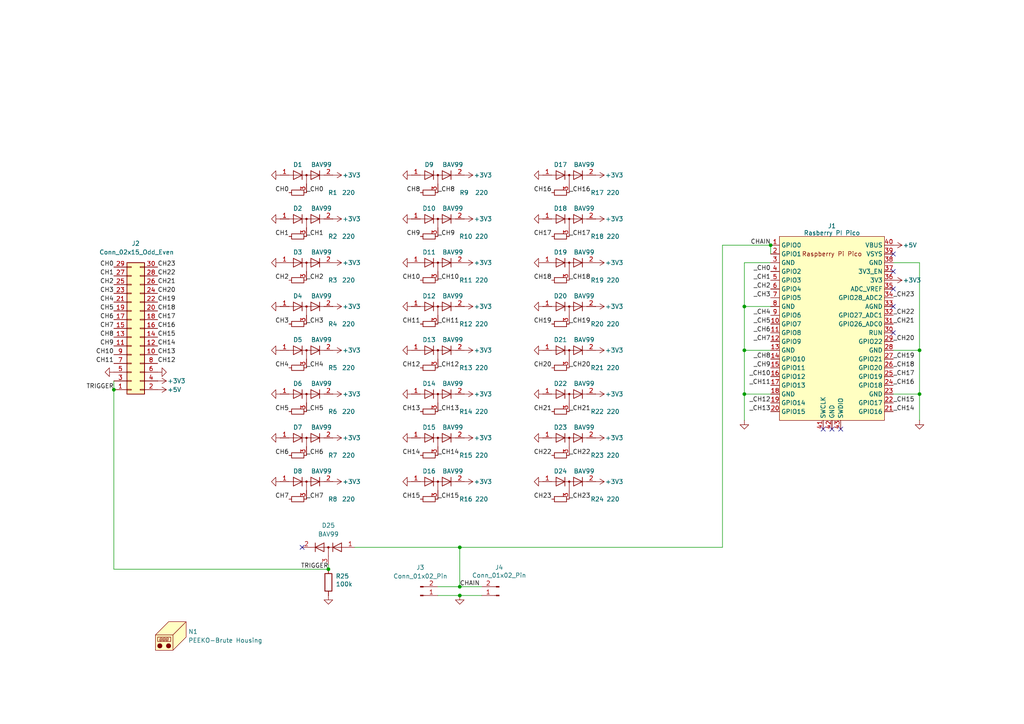
<source format=kicad_sch>
(kicad_sch (version 20231120) (generator "eeschema") (generator_version "8.0")
  (paper "A4")
  (title_block (title "PEEKO-Brute") (date "2024-10-05") (rev "001") (comment 1 "github.com/bkw777/peeko"))
  (lib_symbols
    (symbol "000_LOCAL:BAV99" (pin_names hide)
      (property "Reference" "D" (at 0 5.08 0))
      (property "Value" "BAV99" (at 0 2.54 0))
      (symbol "BAV99_0_1"
        (polyline (pts (xy -5.08 0) (xy 5.08 0)))
      )
      (symbol "BAV99_1_1"
        (polyline (pts (xy 0 0) (xy 0 -2.54)))
        (polyline (pts (xy -1.27 -1.27) (xy -1.27 1.27) (xy -1.27 1.27)) (stroke (width 0.2032)))
        (polyline (pts (xy 3.81 1.27) (xy 3.81 -1.27) (xy 3.81 -1.27)) (stroke (width 0.2032)))
        (polyline (pts (xy -3.81 1.27) (xy -1.27 0) (xy -3.81 -1.27) (xy -3.81 1.27) (xy -3.81 1.27) (xy -3.81 1.27)) (stroke (width 0.2032)))
        (polyline (pts (xy 1.27 1.27) (xy 3.81 0) (xy 1.27 -1.27) (xy 1.27 1.27) (xy 1.27 1.27) (xy 1.27 1.27)) (stroke (width 0.2032)))
        (circle (center 0 0) (radius 0.254) (fill (type outline)))
        (pin passive line (at -7.62 0 0) (length 2.54) (name "K") (number "1"))
        (pin passive line (at 7.62 0 180) (length 2.54) (name "A") (number "2"))
        (pin passive line (at 0 -5.08 90) (length 2.54) (name "K") (number "3"))
      )
    )
    (symbol "000_LOCAL:Conn_01x02_Pin" (pin_names (offset 1.016) hide)
      (property "Reference" "J" (at 0 2.54 0))
      (property "Value" "Conn_01x02_Pin" (at 0 -5.08 0))
      (symbol "Conn_01x02_Pin_1_1"
        (polyline (pts (xy 1.27 -2.54) (xy 0.8636 -2.54)) (stroke (width 0.1524)))
        (polyline (pts (xy 1.27 0) (xy 0.8636 0)) (stroke (width 0.1524)))
        (rectangle (start 0.8636 -2.413) (end 0 -2.667) (stroke (width 0.1524)) (fill (type outline)))
        (rectangle (start 0.8636 0.127) (end 0 -0.127) (stroke (width 0.1524)) (fill (type outline)))
        (pin passive line (at 5.08 0 180) (length 3.81) (name "Pin_1") (number "1"))
        (pin passive line (at 5.08 -2.54 180) (length 3.81) (name "Pin_2") (number "2"))
      )
    )
    (symbol "000_LOCAL:Conn_02x15_Odd_Even" (pin_names (offset 1.016) hide)
      (property "Reference" "J" (at 1.27 20.32 0))
      (property "Value" "Conn_02x15_Odd_Even" (at 1.27 -20.32 0))
      (symbol "Conn_02x15_Odd_Even_1_1"
        (rectangle (start -1.27 -17.653) (end 0 -17.907) (stroke (width 0.1524)))
        (rectangle (start -1.27 -15.113) (end 0 -15.367) (stroke (width 0.1524)))
        (rectangle (start -1.27 -12.573) (end 0 -12.827) (stroke (width 0.1524)))
        (rectangle (start -1.27 -10.033) (end 0 -10.287) (stroke (width 0.1524)))
        (rectangle (start -1.27 -7.493) (end 0 -7.747) (stroke (width 0.1524)))
        (rectangle (start -1.27 -4.953) (end 0 -5.207) (stroke (width 0.1524)))
        (rectangle (start -1.27 -2.413) (end 0 -2.667) (stroke (width 0.1524)))
        (rectangle (start -1.27 0.127) (end 0 -0.127) (stroke (width 0.1524)))
        (rectangle (start -1.27 2.667) (end 0 2.413) (stroke (width 0.1524)))
        (rectangle (start -1.27 5.207) (end 0 4.953) (stroke (width 0.1524)))
        (rectangle (start -1.27 7.747) (end 0 7.493) (stroke (width 0.1524)))
        (rectangle (start -1.27 10.287) (end 0 10.033) (stroke (width 0.1524)))
        (rectangle (start -1.27 12.827) (end 0 12.573) (stroke (width 0.1524)))
        (rectangle (start -1.27 15.367) (end 0 15.113) (stroke (width 0.1524)))
        (rectangle (start -1.27 17.907) (end 0 17.653) (stroke (width 0.1524)))
        (rectangle (start -1.27 19.05) (end 3.81 -19.05) (stroke (width 0.254)) (fill (type background)))
        (rectangle (start 3.81 -17.653) (end 2.54 -17.907) (stroke (width 0.1524)))
        (rectangle (start 3.81 -15.113) (end 2.54 -15.367) (stroke (width 0.1524)))
        (rectangle (start 3.81 -12.573) (end 2.54 -12.827) (stroke (width 0.1524)))
        (rectangle (start 3.81 -10.033) (end 2.54 -10.287) (stroke (width 0.1524)))
        (rectangle (start 3.81 -7.493) (end 2.54 -7.747) (stroke (width 0.1524)))
        (rectangle (start 3.81 -4.953) (end 2.54 -5.207) (stroke (width 0.1524)))
        (rectangle (start 3.81 -2.413) (end 2.54 -2.667) (stroke (width 0.1524)))
        (rectangle (start 3.81 0.127) (end 2.54 -0.127) (stroke (width 0.1524)))
        (rectangle (start 3.81 2.667) (end 2.54 2.413) (stroke (width 0.1524)))
        (rectangle (start 3.81 5.207) (end 2.54 4.953) (stroke (width 0.1524)))
        (rectangle (start 3.81 7.747) (end 2.54 7.493) (stroke (width 0.1524)))
        (rectangle (start 3.81 10.287) (end 2.54 10.033) (stroke (width 0.1524)))
        (rectangle (start 3.81 12.827) (end 2.54 12.573) (stroke (width 0.1524)))
        (rectangle (start 3.81 15.367) (end 2.54 15.113) (stroke (width 0.1524)))
        (rectangle (start 3.81 17.907) (end 2.54 17.653) (stroke (width 0.1524)))
        (pin passive line (at -5.08 17.78 0) (length 3.81) (name "Pin_1") (number "1"))
        (pin passive line (at 7.62 7.62 180) (length 3.81) (name "Pin_10") (number "10"))
        (pin passive line (at -5.08 5.08 0) (length 3.81) (name "Pin_11") (number "11"))
        (pin passive line (at 7.62 5.08 180) (length 3.81) (name "Pin_12") (number "12"))
        (pin passive line (at -5.08 2.54 0) (length 3.81) (name "Pin_13") (number "13"))
        (pin passive line (at 7.62 2.54 180) (length 3.81) (name "Pin_14") (number "14"))
        (pin passive line (at -5.08 0 0) (length 3.81) (name "Pin_15") (number "15"))
        (pin passive line (at 7.62 0 180) (length 3.81) (name "Pin_16") (number "16"))
        (pin passive line (at -5.08 -2.54 0) (length 3.81) (name "Pin_17") (number "17"))
        (pin passive line (at 7.62 -2.54 180) (length 3.81) (name "Pin_18") (number "18"))
        (pin passive line (at -5.08 -5.08 0) (length 3.81) (name "Pin_19") (number "19"))
        (pin passive line (at 7.62 17.78 180) (length 3.81) (name "Pin_2") (number "2"))
        (pin passive line (at 7.62 -5.08 180) (length 3.81) (name "Pin_20") (number "20"))
        (pin passive line (at -5.08 -7.62 0) (length 3.81) (name "Pin_21") (number "21"))
        (pin passive line (at 7.62 -7.62 180) (length 3.81) (name "Pin_22") (number "22"))
        (pin passive line (at -5.08 -10.16 0) (length 3.81) (name "Pin_23") (number "23"))
        (pin passive line (at 7.62 -10.16 180) (length 3.81) (name "Pin_24") (number "24"))
        (pin passive line (at -5.08 -12.7 0) (length 3.81) (name "Pin_25") (number "25"))
        (pin passive line (at 7.62 -12.7 180) (length 3.81) (name "Pin_26") (number "26"))
        (pin passive line (at -5.08 -15.24 0) (length 3.81) (name "Pin_27") (number "27"))
        (pin passive line (at 7.62 -15.24 180) (length 3.81) (name "Pin_28") (number "28"))
        (pin passive line (at -5.08 -17.78 0) (length 3.81) (name "Pin_29") (number "29"))
        (pin passive line (at -5.08 15.24 0) (length 3.81) (name "Pin_3") (number "3"))
        (pin passive line (at 7.62 -17.78 180) (length 3.81) (name "Pin_30") (number "30"))
        (pin passive line (at 7.62 15.24 180) (length 3.81) (name "Pin_4") (number "4"))
        (pin passive line (at -5.08 12.7 0) (length 3.81) (name "Pin_5") (number "5"))
        (pin passive line (at 7.62 12.7 180) (length 3.81) (name "Pin_6") (number "6"))
        (pin passive line (at -5.08 10.16 0) (length 3.81) (name "Pin_7") (number "7"))
        (pin passive line (at 7.62 10.16 180) (length 3.81) (name "Pin_8") (number "8"))
        (pin passive line (at -5.08 7.62 0) (length 3.81) (name "Pin_9") (number "9"))
      )
    )
    (symbol "000_LOCAL:Housing" (pin_names (offset 1.016)) (exclude_from_sim yes)
      (property "Reference" "N" (at 3.81 0 0))
      (property "Value" "Housing" (at 3.81 -1.905 0))
      (symbol "Housing_0_1"
        (rectangle (start -5.08 -0.635) (end -1.27 -1.905))
        (circle (center -4.445 -3.175) (radius 0.635) (fill (type outline)))
        (circle (center -1.905 -3.175) (radius 0.635) (fill (type outline)))
        (polyline (pts (xy -4.5212 -1.5748) (xy -4.4704 -1.3716)))
        (polyline (pts (xy -4.4196 -1.6764) (xy -4.064 -1.6764)))
        (polyline (pts (xy -4.4196 -1.2192) (xy -4.3688 -0.9652)))
        (polyline (pts (xy -4.318 -1.3208) (xy -4.0132 -1.3208)))
        (polyline (pts (xy -4.2164 -0.9144) (xy -3.9116 -0.9144)))
        (polyline (pts (xy -3.9116 -1.6256) (xy -3.8608 -1.3716)))
        (polyline (pts (xy -3.81 -1.2192) (xy -3.7592 -0.9652)))
        (polyline (pts (xy -3.6068 -1.5748) (xy -3.556 -1.3716)))
        (polyline (pts (xy -3.5052 -1.6764) (xy -3.1496 -1.6764)))
        (polyline (pts (xy -3.5052 -1.2192) (xy -3.4544 -0.9652)))
        (polyline (pts (xy -3.4036 -1.3208) (xy -3.0988 -1.3208)))
        (polyline (pts (xy -3.302 -0.9144) (xy -2.9972 -0.9144)))
        (polyline (pts (xy -2.9972 -1.6256) (xy -2.9464 -1.3716)))
        (polyline (pts (xy -2.8956 -1.2192) (xy -2.8448 -0.9652)))
        (polyline (pts (xy -2.6924 -1.5748) (xy -2.6416 -1.3716)))
        (polyline (pts (xy -2.5908 -1.6764) (xy -2.2352 -1.6764)))
        (polyline (pts (xy -2.5908 -1.2192) (xy -2.54 -0.9652)))
        (polyline (pts (xy -2.4892 -1.3208) (xy -2.1844 -1.3208)))
        (polyline (pts (xy -2.3876 -0.9144) (xy -2.0828 -0.9144)))
        (polyline (pts (xy -2.0828 -1.6256) (xy -2.032 -1.3716)))
        (polyline (pts (xy -1.9812 -1.2192) (xy -1.9304 -0.9652)))
        (polyline (pts (xy -0.635 0) (xy -0.635 -4.445)))
        (polyline (pts (xy -5.715 0) (xy -0.635 0) (xy 3.175 3.81)))
        (polyline (pts (xy -5.715 0) (xy -5.715 -4.445) (xy -0.635 -4.445) (xy 3.175 -0.635) (xy 3.175 3.81) (xy -1.905 3.81) (xy -5.715 0)) (fill (type background)))
      )
    )
    (symbol "BAV99_1" (pin_names hide)
      (property "Reference" "D" (at 0 5.08 0))
      (property "Value" "BAV99" (at 0 2.54 0))
      (symbol "BAV99_1_0_1"
        (polyline (pts (xy -5.08 0) (xy 5.08 0)))
      )
      (symbol "BAV99_1_1_1"
        (polyline (pts (xy 0 0) (xy 0 -2.54)))
        (polyline (pts (xy -1.27 -1.27) (xy -1.27 1.27) (xy -1.27 1.27)) (stroke (width 0.2032)))
        (polyline (pts (xy 3.81 1.27) (xy 3.81 -1.27) (xy 3.81 -1.27)) (stroke (width 0.2032)))
        (polyline (pts (xy -3.81 1.27) (xy -1.27 0) (xy -3.81 -1.27) (xy -3.81 1.27) (xy -3.81 1.27) (xy -3.81 1.27)) (stroke (width 0.2032)))
        (polyline (pts (xy 1.27 1.27) (xy 3.81 0) (xy 1.27 -1.27) (xy 1.27 1.27) (xy 1.27 1.27) (xy 1.27 1.27)) (stroke (width 0.2032)))
        (circle (center 0 0) (radius 0.254) (fill (type outline)))
        (pin passive line (at -7.62 0 0) (length 2.54) (name "K") (number "1"))
        (pin passive line (at 7.62 0 180) (length 2.54) (name "A") (number "2"))
        (pin passive line (at 0 -5.08 90) (length 2.54) (name "K") (number "3"))
      )
    )
    (symbol "Device:R" (pin_numbers hide) (pin_names (offset 0))
      (property "Reference" "R" (at 2.032 0 90))
      (property "Value" "R" (at 0 0 90))
      (symbol "R_0_1"
        (rectangle (start -1.016 -2.54) (end 1.016 2.54) (stroke (width 0.254)))
      )
      (symbol "R_1_1"
        (pin passive line (at 0 3.81 270) (length 1.27) (name "~") (number "1"))
        (pin passive line (at 0 -3.81 90) (length 1.27) (name "~") (number "2"))
      )
    )
    (symbol "MCU_RaspberryPi_and_Boards:Pico"
      (property "Reference" "U" (at -13.97 27.94 0))
      (property "Value" "Pico" (at 0 19.05 0))
      (symbol "Pico_0_0"
        (text "Raspberry Pi Pico" (at 0 21.59 0) (effects (font (size 1.27 1.27))))
      )
      (symbol "Pico_0_1"
        (rectangle (start -15.24 26.67) (end 15.24 -26.67) (fill (type background)))
      )
      (symbol "Pico_1_1"
        (pin bidirectional line (at -17.78 24.13 0) (length 2.54) (name "GPIO0") (number "1"))
        (pin bidirectional line (at -17.78 1.27 0) (length 2.54) (name "GPIO7") (number "10"))
        (pin bidirectional line (at -17.78 -1.27 0) (length 2.54) (name "GPIO8") (number "11"))
        (pin bidirectional line (at -17.78 -3.81 0) (length 2.54) (name "GPIO9") (number "12"))
        (pin power_in line (at -17.78 -6.35 0) (length 2.54) (name "GND") (number "13"))
        (pin bidirectional line (at -17.78 -8.89 0) (length 2.54) (name "GPIO10") (number "14"))
        (pin bidirectional line (at -17.78 -11.43 0) (length 2.54) (name "GPIO11") (number "15"))
        (pin bidirectional line (at -17.78 -13.97 0) (length 2.54) (name "GPIO12") (number "16"))
        (pin bidirectional line (at -17.78 -16.51 0) (length 2.54) (name "GPIO13") (number "17"))
        (pin power_in line (at -17.78 -19.05 0) (length 2.54) (name "GND") (number "18"))
        (pin bidirectional line (at -17.78 -21.59 0) (length 2.54) (name "GPIO14") (number "19"))
        (pin bidirectional line (at -17.78 21.59 0) (length 2.54) (name "GPIO1") (number "2"))
        (pin bidirectional line (at -17.78 -24.13 0) (length 2.54) (name "GPIO15") (number "20"))
        (pin bidirectional line (at 17.78 -24.13 180) (length 2.54) (name "GPIO16") (number "21"))
        (pin bidirectional line (at 17.78 -21.59 180) (length 2.54) (name "GPIO17") (number "22"))
        (pin power_in line (at 17.78 -19.05 180) (length 2.54) (name "GND") (number "23"))
        (pin bidirectional line (at 17.78 -16.51 180) (length 2.54) (name "GPIO18") (number "24"))
        (pin bidirectional line (at 17.78 -13.97 180) (length 2.54) (name "GPIO19") (number "25"))
        (pin bidirectional line (at 17.78 -11.43 180) (length 2.54) (name "GPIO20") (number "26"))
        (pin bidirectional line (at 17.78 -8.89 180) (length 2.54) (name "GPIO21") (number "27"))
        (pin power_in line (at 17.78 -6.35 180) (length 2.54) (name "GND") (number "28"))
        (pin bidirectional line (at 17.78 -3.81 180) (length 2.54) (name "GPIO22") (number "29"))
        (pin power_in line (at -17.78 19.05 0) (length 2.54) (name "GND") (number "3"))
        (pin input line (at 17.78 -1.27 180) (length 2.54) (name "RUN") (number "30"))
        (pin bidirectional line (at 17.78 1.27 180) (length 2.54) (name "GPIO26_ADC0") (number "31"))
        (pin bidirectional line (at 17.78 3.81 180) (length 2.54) (name "GPIO27_ADC1") (number "32"))
        (pin power_in line (at 17.78 6.35 180) (length 2.54) (name "AGND") (number "33"))
        (pin bidirectional line (at 17.78 8.89 180) (length 2.54) (name "GPIO28_ADC2") (number "34"))
        (pin power_in line (at 17.78 11.43 180) (length 2.54) (name "ADC_VREF") (number "35"))
        (pin power_in line (at 17.78 13.97 180) (length 2.54) (name "3V3") (number "36"))
        (pin input line (at 17.78 16.51 180) (length 2.54) (name "3V3_EN") (number "37"))
        (pin bidirectional line (at 17.78 19.05 180) (length 2.54) (name "GND") (number "38"))
        (pin power_in line (at 17.78 21.59 180) (length 2.54) (name "VSYS") (number "39"))
        (pin bidirectional line (at -17.78 16.51 0) (length 2.54) (name "GPIO2") (number "4"))
        (pin power_in line (at 17.78 24.13 180) (length 2.54) (name "VBUS") (number "40"))
        (pin input line (at -2.54 -29.21 90) (length 2.54) (name "SWCLK") (number "41"))
        (pin power_in line (at 0 -29.21 90) (length 2.54) (name "GND") (number "42"))
        (pin bidirectional line (at 2.54 -29.21 90) (length 2.54) (name "SWDIO") (number "43"))
        (pin bidirectional line (at -17.78 13.97 0) (length 2.54) (name "GPIO3") (number "5"))
        (pin bidirectional line (at -17.78 11.43 0) (length 2.54) (name "GPIO4") (number "6"))
        (pin bidirectional line (at -17.78 8.89 0) (length 2.54) (name "GPIO5") (number "7"))
        (pin power_in line (at -17.78 6.35 0) (length 2.54) (name "GND") (number "8"))
        (pin bidirectional line (at -17.78 3.81 0) (length 2.54) (name "GPIO6") (number "9"))
      )
    )
    (symbol "R_Small_1" (pin_numbers hide) (pin_names (offset 0.254) hide)
      (property "Reference" "R" (at 0.762 0.508 0))
      (property "Value" "R_Small" (at 0.762 -1.016 0))
      (symbol "R_Small_1_0_1"
        (rectangle (start -0.762 1.778) (end 0.762 -1.778) (stroke (width 0.2032)))
      )
      (symbol "R_Small_1_1_1"
        (pin passive line (at 0 2.54 270) (length 0.762) (name "~") (number "1"))
        (pin passive line (at 0 -2.54 90) (length 0.762) (name "~") (number "2"))
      )
    )
    (symbol "power:+3V3" (power) (pin_numbers hide) (pin_names (offset 0) hide)
      (property "Value" "+3V3" (at 0 3.556 0))
      (symbol "+3V3_0_1"
        (polyline (pts (xy -0.762 1.27) (xy 0 2.54)))
        (polyline (pts (xy 0 0) (xy 0 2.54)))
        (polyline (pts (xy 0 2.54) (xy 0.762 1.27)))
      )
      (symbol "+3V3_1_1"
        (pin power_in line (at 0 0 90) (length 0) (name "~") (number "1"))
      )
    )
    (symbol "power:+5V" (power) (pin_numbers hide) (pin_names (offset 0) hide)
      (property "Value" "+5V" (at 0 3.556 0))
      (symbol "+5V_0_1"
        (polyline (pts (xy -0.762 1.27) (xy 0 2.54)))
        (polyline (pts (xy 0 0) (xy 0 2.54)))
        (polyline (pts (xy 0 2.54) (xy 0.762 1.27)))
      )
      (symbol "+5V_1_1"
        (pin power_in line (at 0 0 90) (length 0) (name "~") (number "1"))
      )
    )
    (symbol "power:GND" (power) (pin_numbers hide) (pin_names (offset 0) hide)
      (property "Value" "GND" (at 0 -3.81 0))
      (symbol "GND_0_1"
        (polyline (pts (xy 0 0) (xy 0 -1.27) (xy 1.27 -1.27) (xy 0 -2.54) (xy -1.27 -1.27) (xy 0 -1.27)))
      )
      (symbol "GND_1_1"
        (pin power_in line (at 0 0 270) (length 0) (name "~") (number "1"))
      )
    )
  )
  (junction (at 133.35 158.75))
  (junction (at 95.25 165.1))
  (junction (at 133.35 170.18))
  (junction (at 215.9 101.6))
  (junction (at 223.52 71.12))
  (junction (at 266.7 114.3))
  (junction (at 215.9 114.3))
  (junction (at 215.9 88.9))
  (junction (at 266.7 101.6))
  (junction (at 133.35 172.72))
  (junction (at 33.02 113.03))
  (no_connect (at 87.63 158.75))
  (no_connect (at 259.08 96.52))
  (no_connect (at 259.08 73.66))
  (no_connect (at 259.08 78.74))
  (no_connect (at 259.08 83.82))
  (no_connect (at 259.08 88.9))
  (no_connect (at 243.84 124.46))
  (no_connect (at 241.3 124.46))
  (no_connect (at 238.76 124.46))
  (wire (pts (xy 215.9 76.2) (xy 215.9 88.9)))
  (wire (pts (xy 33.02 110.49) (xy 33.02 113.03)))
  (wire (pts (xy 33.02 113.03) (xy 33.02 165.1)))
  (wire (pts (xy 127 170.18) (xy 133.35 170.18)))
  (wire (pts (xy 133.35 170.18) (xy 139.7 170.18)))
  (wire (pts (xy 215.9 88.9) (xy 223.52 88.9)))
  (wire (pts (xy 215.9 101.6) (xy 215.9 114.3)))
  (wire (pts (xy 133.35 158.75) (xy 209.55 158.75)))
  (wire (pts (xy 223.52 71.12) (xy 223.52 73.66)))
  (wire (pts (xy 215.9 101.6) (xy 223.52 101.6)))
  (wire (pts (xy 259.08 76.2) (xy 266.7 76.2)))
  (wire (pts (xy 133.35 158.75) (xy 133.35 170.18)))
  (wire (pts (xy 215.9 121.92) (xy 215.9 114.3)))
  (wire (pts (xy 266.7 76.2) (xy 266.7 101.6)))
  (wire (pts (xy 266.7 101.6) (xy 266.7 114.3)))
  (wire (pts (xy 133.35 172.72) (xy 139.7 172.72)))
  (wire (pts (xy 102.87 158.75) (xy 133.35 158.75)))
  (wire (pts (xy 215.9 76.2) (xy 223.52 76.2)))
  (wire (pts (xy 215.9 88.9) (xy 215.9 101.6)))
  (wire (pts (xy 259.08 101.6) (xy 266.7 101.6)))
  (wire (pts (xy 259.08 114.3) (xy 266.7 114.3)))
  (wire (pts (xy 127 172.72) (xy 133.35 172.72)))
  (wire (pts (xy 33.02 165.1) (xy 95.25 165.1)))
  (wire (pts (xy 95.25 163.83) (xy 95.25 165.1)))
  (wire (pts (xy 266.7 121.92) (xy 266.7 114.3)))
  (wire (pts (xy 209.55 71.12) (xy 223.52 71.12)))
  (wire (pts (xy 209.55 71.12) (xy 209.55 158.75)))
  (wire (pts (xy 215.9 114.3) (xy 223.52 114.3)))
  (label "CH15" (at 121.92 144.78 180))
  (label "_CH11" (at 127 93.98 0))
  (label "_CH15" (at 127 144.78 0))
  (label "CH6" (at 33.02 92.71 180))
  (label "CH14" (at 121.92 132.08 180))
  (label "CH19" (at 160.02 93.98 180))
  (label "_CH8" (at 127 55.88 0))
  (label "_CH8" (at 223.52 104.14 180))
  (label "_CH22" (at 165.1 132.08 0))
  (label "_CH7" (at 88.9 144.78 0))
  (label "CH17" (at 160.02 68.58 180))
  (label "_CH19" (at 259.08 104.14 0))
  (label "CH16" (at 160.02 55.88 180))
  (label "CH7" (at 33.02 95.25 180))
  (label "CH22" (at 160.02 132.08 180))
  (label "_CH23" (at 165.1 144.78 0))
  (label "CH13" (at 121.92 119.38 180))
  (label "CH17" (at 45.72 92.71 0))
  (label "CH20" (at 45.72 85.09 0))
  (label "_CH16" (at 165.1 55.88 0))
  (label "CH2" (at 33.02 82.55 180))
  (label "CH18" (at 160.02 81.28 180))
  (label "CH4" (at 83.82 106.68 180))
  (label "_CH18" (at 259.08 106.68 0))
  (label "_CH7" (at 223.52 99.06 180))
  (label "_CH21" (at 165.1 119.38 0))
  (label "CH2" (at 83.82 81.28 180))
  (label "TRIGGER" (at 95.25 165.1 180))
  (label "CH4" (at 33.02 87.63 180))
  (label "_CH17" (at 165.1 68.58 0))
  (label "CH3" (at 83.82 93.98 180))
  (label "_CH4" (at 88.9 106.68 0))
  (label "_CH5" (at 88.9 119.38 0))
  (label "CH10" (at 121.92 81.28 180))
  (label "_CH6" (at 223.52 96.52 180))
  (label "CH3" (at 33.02 85.09 180))
  (label "_CH9" (at 223.52 106.68 180))
  (label "CHAIN" (at 223.52 71.12 180))
  (label "_CH19" (at 165.1 93.98 0))
  (label "CH8" (at 121.92 55.88 180))
  (label "_CH13" (at 127 119.38 0))
  (label "CH18" (at 45.72 90.17 0))
  (label "CH23" (at 45.72 77.47 0))
  (label "CH14" (at 45.72 100.33 0))
  (label "_CH2" (at 88.9 81.28 0))
  (label "CH11" (at 33.02 105.41 180))
  (label "_CH14" (at 259.08 119.38 0))
  (label "CH12" (at 121.92 106.68 180))
  (label "CHAIN" (at 133.35 170.18 0))
  (label "_CH10" (at 127 81.28 0))
  (label "_CH0" (at 88.9 55.88 0))
  (label "_CH20" (at 165.1 106.68 0))
  (label "_CH3" (at 88.9 93.98 0))
  (label "_CH1" (at 88.9 68.58 0))
  (label "_CH3" (at 223.52 86.36 180))
  (label "_CH16" (at 259.08 111.76 0))
  (label "CH11" (at 121.92 93.98 180))
  (label "CH16" (at 45.72 95.25 0))
  (label "CH5" (at 83.82 119.38 180))
  (label "_CH1" (at 223.52 81.28 180))
  (label "CH22" (at 45.72 80.01 0))
  (label "_CH9" (at 127 68.58 0))
  (label "_CH15" (at 259.08 116.84 0))
  (label "TRIGGER" (at 33.02 113.03 180))
  (label "CH12" (at 45.72 105.41 0))
  (label "_CH18" (at 165.1 81.28 0))
  (label "CH19" (at 45.72 87.63 0))
  (label "_CH11" (at 223.52 111.76 180))
  (label "CH21" (at 160.02 119.38 180))
  (label "_CH14" (at 127 132.08 0))
  (label "CH9" (at 33.02 100.33 180))
  (label "_CH6" (at 88.9 132.08 0))
  (label "CH8" (at 33.02 97.79 180))
  (label "_CH4" (at 223.52 91.44 180))
  (label "CH21" (at 45.72 82.55 0))
  (label "CH1" (at 83.82 68.58 180))
  (label "CH20" (at 160.02 106.68 180))
  (label "CH7" (at 83.82 144.78 180))
  (label "CH0" (at 33.02 77.47 180))
  (label "CH9" (at 121.92 68.58 180))
  (label "CH0" (at 83.82 55.88 180))
  (label "CH5" (at 33.02 90.17 180))
  (label "CH23" (at 160.02 144.78 180))
  (label "_CH22" (at 259.08 91.44 0))
  (label "_CH21" (at 259.08 93.98 0))
  (label "_CH0" (at 223.52 78.74 180))
  (label "_CH12" (at 223.52 116.84 180))
  (label "CH10" (at 33.02 102.87 180))
  (label "_CH12" (at 127 106.68 0))
  (label "CH13" (at 45.72 102.87 0))
  (label "_CH2" (at 223.52 83.82 180))
  (label "CH1" (at 33.02 80.01 180))
  (label "_CH10" (at 223.52 109.22 180))
  (label "_CH13" (at 223.52 119.38 180))
  (label "_CH20" (at 259.08 99.06 0))
  (label "CH15" (at 45.72 97.79 0))
  (label "_CH5" (at 223.52 93.98 180))
  (label "_CH17" (at 259.08 109.22 0))
  (label "_CH23" (at 259.08 86.36 0))
  (label "CH6" (at 83.82 132.08 180))
  (symbol (lib_name "R_Small_1") (lib_id "000_LOCAL:R_Small") (at 86.36 68.58 270) (unit 1)
    (property "Reference" "R2" (at 96.52 68.58 90))
    (property "Value" "220" (at 101.092 68.58 90))
    (property "Footprint" "000_LOCAL:R_0805" (effects (hide yes)))
    (property "Description" "Resistor, small symbol" (effects (hide yes)))
  )
  (symbol (lib_id "power:+3V3") (at 172.72 88.9 270) (unit 1)
    (property "Reference" "#PWR054" (effects (hide yes)))
    (property "Value" "+3V3" (at 175.514 88.9 90) (effects (justify left)))
    (property "Description" "Power symbol creates a global label with name \"+3V3\"" (effects (hide yes)))
  )
  (symbol (lib_id "power:+3V3") (at 134.62 139.7 270) (unit 1)
    (property "Reference" "#PWR042" (effects (hide yes)))
    (property "Value" "+3V3" (at 137.414 139.7 90) (effects (justify left)))
    (property "Description" "Power symbol creates a global label with name \"+3V3\"" (effects (hide yes)))
  )
  (symbol (lib_name "R_Small_1") (lib_id "000_LOCAL:R_Small") (at 124.46 81.28 270) (unit 1)
    (property "Reference" "R11" (at 135.128 81.28 90))
    (property "Value" "220" (at 139.7 81.28 90))
    (property "Footprint" "000_LOCAL:R_0805" (effects (hide yes)))
    (property "Description" "Resistor, small symbol" (effects (hide yes)))
  )
  (symbol (lib_name "R_Small_1") (lib_id "000_LOCAL:R_Small") (at 162.56 55.88 270) (unit 1)
    (property "Reference" "R17" (at 173.228 55.88 90))
    (property "Value" "220" (at 177.8 55.88 90))
    (property "Footprint" "000_LOCAL:R_0805" (effects (hide yes)))
    (property "Description" "Resistor, small symbol" (effects (hide yes)))
  )
  (symbol (lib_id "power:+5V") (at 45.72 113.03 270) (unit 1)
    (property "Reference" "#PWR05" (effects (hide yes)))
    (property "Value" "+5V" (at 48.514 113.03 90) (effects (justify left)))
    (property "Description" "Power symbol creates a global label with name \"+5V\"" (effects (hide yes)))
  )
  (symbol (lib_id "000_LOCAL:Housing") (at 50.8 184.15 0) (unit 1) (exclude_from_sim yes) (in_bom no)
    (property "Reference" "N1" (at 54.61 183.1974 0) (effects (justify left)))
    (property "Value" "PEEKO-Brute Housing" (at 54.61 185.7374 0) (effects (justify left)))
    (property "Footprint" "000_LOCAL:PEEKO-Brute_housing" (effects (hide yes)))
    (property "Description" "Housing" (effects (hide yes)))
  )
  (symbol (lib_id "power:GND") (at 119.38 101.6 270) (unit 1)
    (property "Reference" "#PWR031" (effects (hide yes)))
    (property "Value" "GND" (effects (hide yes)))
    (property "Description" "Power symbol creates a global label with name \"GND\" , ground" (effects (hide yes)))
  )
  (symbol (lib_id "power:GND") (at 81.28 101.6 270) (unit 1)
    (property "Reference" "#PWR019" (effects (hide yes)))
    (property "Value" "GND" (effects (hide yes)))
    (property "Description" "Power symbol creates a global label with name \"GND\" , ground" (effects (hide yes)))
  )
  (symbol (lib_id "power:+3V3") (at 96.52 114.3 270) (unit 1)
    (property "Reference" "#PWR024" (effects (hide yes)))
    (property "Value" "+3V3" (at 99.314 114.3 90) (effects (justify left)))
    (property "Description" "Power symbol creates a global label with name \"+3V3\"" (effects (hide yes)))
  )
  (symbol (lib_name "BAV99_1") (lib_id "000_LOCAL:BAV99") (at 127 101.6 0) (unit 1)
    (property "Reference" "D13" (at 124.46 98.552 0))
    (property "Value" "BAV99" (at 131.318 98.552 0))
    (property "Footprint" "000_LOCAL:SC-59" (effects (hide yes)))
    (property "Datasheet" "datasheets/BAV99.pdf" (effects (hide yes)))
    (property "Description" "BAV99 High-speed switching diodes, SOT-23" (effects (hide yes)))
  )
  (symbol (lib_name "BAV99_1") (lib_id "000_LOCAL:BAV99") (at 165.1 88.9 0) (unit 1)
    (property "Reference" "D20" (at 162.56 85.852 0))
    (property "Value" "BAV99" (at 169.418 85.852 0))
    (property "Footprint" "000_LOCAL:SC-59" (effects (hide yes)))
    (property "Datasheet" "datasheets/BAV99.pdf" (effects (hide yes)))
    (property "Description" "BAV99 High-speed switching diodes, SOT-23" (effects (hide yes)))
  )
  (symbol (lib_id "000_LOCAL:BAV99") (at 95.25 158.75 0) (mirror y) (unit 1)
    (property "Reference" "D25" (at 95.25 152.4 0))
    (property "Value" "BAV99" (at 95.25 154.94 0))
    (property "Footprint" "000_LOCAL:SC-59" (effects (hide yes)))
    (property "Datasheet" "datasheets/BAV99.pdf" (effects (hide yes)))
    (property "Description" "BAV99 High-speed switching diodes, SOT-23" (effects (hide yes)))
  )
  (symbol (lib_id "power:+3V3") (at 96.52 63.5 270) (unit 1)
    (property "Reference" "#PWR012" (effects (hide yes)))
    (property "Value" "+3V3" (at 99.314 63.5 90) (effects (justify left)))
    (property "Description" "Power symbol creates a global label with name \"+3V3\"" (effects (hide yes)))
  )
  (symbol (lib_id "power:GND") (at 119.38 63.5 270) (unit 1)
    (property "Reference" "#PWR028" (effects (hide yes)))
    (property "Value" "GND" (effects (hide yes)))
    (property "Description" "Power symbol creates a global label with name \"GND\" , ground" (effects (hide yes)))
  )
  (symbol (lib_id "MCU_RaspberryPi_and_Boards:Pico") (at 241.3 95.25 0) (unit 1)
    (property "Reference" "J1" (at 241.3 65.532 0))
    (property "Value" "Rasberry PI Pico" (at 241.3 67.564 0))
    (property "Footprint" "000_LOCAL:dip-40-700-pi-pico" (effects (hide yes)))
  )
  (symbol (lib_id "power:+3V3") (at 134.62 88.9 270) (unit 1)
    (property "Reference" "#PWR038" (effects (hide yes)))
    (property "Value" "+3V3" (at 137.414 88.9 90) (effects (justify left)))
    (property "Description" "Power symbol creates a global label with name \"+3V3\"" (effects (hide yes)))
  )
  (symbol (lib_id "power:GND") (at 266.7 121.92 0) (unit 1)
    (property "Reference" "#PWR011" (effects (hide yes)))
    (property "Value" "GND" (effects (hide yes)))
    (property "Description" "Power symbol creates a global label with name \"GND\" , ground" (effects (hide yes)))
  )
  (symbol (lib_id "power:GND") (at 157.48 139.7 270) (unit 1)
    (property "Reference" "#PWR050" (effects (hide yes)))
    (property "Value" "GND" (effects (hide yes)))
    (property "Description" "Power symbol creates a global label with name \"GND\" , ground" (effects (hide yes)))
  )
  (symbol (lib_name "BAV99_1") (lib_id "000_LOCAL:BAV99") (at 88.9 63.5 0) (unit 1)
    (property "Reference" "D2" (at 86.36 60.452 0))
    (property "Value" "BAV99" (at 93.218 60.452 0))
    (property "Footprint" "000_LOCAL:SC-59" (effects (hide yes)))
    (property "Datasheet" "datasheets/BAV99.pdf" (effects (hide yes)))
    (property "Description" "BAV99 High-speed switching diodes, SOT-23" (effects (hide yes)))
  )
  (symbol (lib_id "power:+3V3") (at 45.72 110.49 270) (unit 1)
    (property "Reference" "#PWR06" (effects (hide yes)))
    (property "Value" "+3V3" (at 48.514 110.49 90) (effects (justify left)))
    (property "Description" "Power symbol creates a global label with name \"+3V3\"" (effects (hide yes)))
  )
  (symbol (lib_id "power:+5V") (at 259.08 71.12 270) (unit 1)
    (property "Reference" "#PWR014" (effects (hide yes)))
    (property "Value" "+5V" (at 261.874 71.12 90) (effects (justify left)))
    (property "Description" "Power symbol creates a global label with name \"+5V\"" (effects (hide yes)))
  )
  (symbol (lib_id "power:GND") (at 119.38 114.3 270) (unit 1)
    (property "Reference" "#PWR032" (effects (hide yes)))
    (property "Value" "GND" (effects (hide yes)))
    (property "Description" "Power symbol creates a global label with name \"GND\" , ground" (effects (hide yes)))
  )
  (symbol (lib_name "BAV99_1") (lib_id "000_LOCAL:BAV99") (at 127 88.9 0) (unit 1)
    (property "Reference" "D12" (at 124.46 85.852 0))
    (property "Value" "BAV99" (at 131.318 85.852 0))
    (property "Footprint" "000_LOCAL:SC-59" (effects (hide yes)))
    (property "Datasheet" "datasheets/BAV99.pdf" (effects (hide yes)))
    (property "Description" "BAV99 High-speed switching diodes, SOT-23" (effects (hide yes)))
  )
  (symbol (lib_id "power:GND") (at 157.48 50.8 270) (unit 1)
    (property "Reference" "#PWR043" (effects (hide yes)))
    (property "Value" "GND" (effects (hide yes)))
    (property "Description" "Power symbol creates a global label with name \"GND\" , ground" (effects (hide yes)))
  )
  (symbol (lib_id "power:GND") (at 33.02 107.95 270) (unit 1)
    (property "Reference" "#PWR02" (effects (hide yes)))
    (property "Value" "GND" (effects (hide yes)))
    (property "Description" "Power symbol creates a global label with name \"GND\" , ground" (effects (hide yes)))
  )
  (symbol (lib_id "power:+3V3") (at 134.62 76.2 270) (unit 1)
    (property "Reference" "#PWR037" (effects (hide yes)))
    (property "Value" "+3V3" (at 137.414 76.2 90) (effects (justify left)))
    (property "Description" "Power symbol creates a global label with name \"+3V3\"" (effects (hide yes)))
  )
  (symbol (lib_id "power:GND") (at 119.38 76.2 270) (unit 1)
    (property "Reference" "#PWR029" (effects (hide yes)))
    (property "Value" "GND" (effects (hide yes)))
    (property "Description" "Power symbol creates a global label with name \"GND\" , ground" (effects (hide yes)))
  )
  (symbol (lib_name "R_Small_1") (lib_id "000_LOCAL:R_Small") (at 162.56 106.68 270) (unit 1)
    (property "Reference" "R21" (at 173.228 106.68 90))
    (property "Value" "220" (at 177.8 106.68 90))
    (property "Footprint" "000_LOCAL:R_0805" (effects (hide yes)))
    (property "Description" "Resistor, small symbol" (effects (hide yes)))
  )
  (symbol (lib_name "R_Small_1") (lib_id "000_LOCAL:R_Small") (at 162.56 93.98 270) (unit 1)
    (property "Reference" "R20" (at 173.228 93.98 90))
    (property "Value" "220" (at 177.8 93.98 90))
    (property "Footprint" "000_LOCAL:R_0805" (effects (hide yes)))
    (property "Description" "Resistor, small symbol" (effects (hide yes)))
  )
  (symbol (lib_name "BAV99_1") (lib_id "000_LOCAL:BAV99") (at 165.1 63.5 0) (unit 1)
    (property "Reference" "D18" (at 162.56 60.452 0))
    (property "Value" "BAV99" (at 169.418 60.452 0))
    (property "Footprint" "000_LOCAL:SC-59" (effects (hide yes)))
    (property "Datasheet" "datasheets/BAV99.pdf" (effects (hide yes)))
    (property "Description" "BAV99 High-speed switching diodes, SOT-23" (effects (hide yes)))
  )
  (symbol (lib_id "power:GND") (at 81.28 50.8 270) (unit 1)
    (property "Reference" "#PWR08" (effects (hide yes)))
    (property "Value" "GND" (effects (hide yes)))
    (property "Description" "Power symbol creates a global label with name \"GND\" , ground" (effects (hide yes)))
  )
  (symbol (lib_name "BAV99_1") (lib_id "000_LOCAL:BAV99") (at 165.1 127 0) (unit 1)
    (property "Reference" "D23" (at 162.56 123.952 0))
    (property "Value" "BAV99" (at 169.418 123.952 0))
    (property "Footprint" "000_LOCAL:SC-59" (effects (hide yes)))
    (property "Datasheet" "datasheets/BAV99.pdf" (effects (hide yes)))
    (property "Description" "BAV99 High-speed switching diodes, SOT-23" (effects (hide yes)))
  )
  (symbol (lib_id "power:GND") (at 81.28 88.9 270) (unit 1)
    (property "Reference" "#PWR016" (effects (hide yes)))
    (property "Value" "GND" (effects (hide yes)))
    (property "Description" "Power symbol creates a global label with name \"GND\" , ground" (effects (hide yes)))
  )
  (symbol (lib_name "R_Small_1") (lib_id "000_LOCAL:R_Small") (at 162.56 119.38 270) (unit 1)
    (property "Reference" "R22" (at 173.228 119.38 90))
    (property "Value" "220" (at 177.8 119.38 90))
    (property "Footprint" "000_LOCAL:R_0805" (effects (hide yes)))
    (property "Description" "Resistor, small symbol" (effects (hide yes)))
  )
  (symbol (lib_id "power:+3V3") (at 172.72 127 270) (unit 1)
    (property "Reference" "#PWR057" (effects (hide yes)))
    (property "Value" "+3V3" (at 175.514 127 90) (effects (justify left)))
    (property "Description" "Power symbol creates a global label with name \"+3V3\"" (effects (hide yes)))
  )
  (symbol (lib_name "BAV99_1") (lib_id "000_LOCAL:BAV99") (at 165.1 114.3 0) (unit 1)
    (property "Reference" "D22" (at 162.56 111.252 0))
    (property "Value" "BAV99" (at 169.418 111.252 0))
    (property "Footprint" "000_LOCAL:SC-59" (effects (hide yes)))
    (property "Datasheet" "datasheets/BAV99.pdf" (effects (hide yes)))
    (property "Description" "BAV99 High-speed switching diodes, SOT-23" (effects (hide yes)))
  )
  (symbol (lib_id "power:+3V3") (at 96.52 76.2 270) (unit 1)
    (property "Reference" "#PWR017" (effects (hide yes)))
    (property "Value" "+3V3" (at 99.314 76.2 90) (effects (justify left)))
    (property "Description" "Power symbol creates a global label with name \"+3V3\"" (effects (hide yes)))
  )
  (symbol (lib_id "power:+3V3") (at 134.62 63.5 270) (unit 1)
    (property "Reference" "#PWR036" (effects (hide yes)))
    (property "Value" "+3V3" (at 137.414 63.5 90) (effects (justify left)))
    (property "Description" "Power symbol creates a global label with name \"+3V3\"" (effects (hide yes)))
  )
  (symbol (lib_id "power:+3V3") (at 134.62 50.8 270) (unit 1)
    (property "Reference" "#PWR035" (effects (hide yes)))
    (property "Value" "+3V3" (at 137.414 50.8 90) (effects (justify left)))
    (property "Description" "Power symbol creates a global label with name \"+3V3\"" (effects (hide yes)))
  )
  (symbol (lib_id "000_LOCAL:Conn_01x02_Pin") (at 121.92 172.72 0) (mirror x) (unit 1)
    (property "Reference" "J3" (at 121.92 164.592 0))
    (property "Value" "Conn_01x02_Pin" (at 121.92 167.132 0))
    (property "Footprint" "000_LOCAL:PinHeader_1x02_P2.54mm_Horizontal" (effects (hide yes)))
    (property "Description" "Generic connector, single row, 01x02, script generated" (effects (hide yes)))
  )
  (symbol (lib_id "power:+3V3") (at 96.52 101.6 270) (unit 1)
    (property "Reference" "#PWR023" (effects (hide yes)))
    (property "Value" "+3V3" (at 99.314 101.6 90) (effects (justify left)))
    (property "Description" "Power symbol creates a global label with name \"+3V3\"" (effects (hide yes)))
  )
  (symbol (lib_id "power:GND") (at 157.48 114.3 270) (unit 1)
    (property "Reference" "#PWR048" (effects (hide yes)))
    (property "Value" "GND" (effects (hide yes)))
    (property "Description" "Power symbol creates a global label with name \"GND\" , ground" (effects (hide yes)))
  )
  (symbol (lib_id "power:+3V3") (at 96.52 127 270) (unit 1)
    (property "Reference" "#PWR025" (effects (hide yes)))
    (property "Value" "+3V3" (at 99.314 127 90) (effects (justify left)))
    (property "Description" "Power symbol creates a global label with name \"+3V3\"" (effects (hide yes)))
  )
  (symbol (lib_id "power:+3V3") (at 96.52 50.8 270) (unit 1)
    (property "Reference" "#PWR09" (effects (hide yes)))
    (property "Value" "+3V3" (at 99.314 50.8 90) (effects (justify left)))
    (property "Description" "Power symbol creates a global label with name \"+3V3\"" (effects (hide yes)))
  )
  (symbol (lib_name "BAV99_1") (lib_id "000_LOCAL:BAV99") (at 165.1 76.2 0) (unit 1)
    (property "Reference" "D19" (at 162.56 73.152 0))
    (property "Value" "BAV99" (at 169.418 73.152 0))
    (property "Footprint" "000_LOCAL:SC-59" (effects (hide yes)))
    (property "Datasheet" "datasheets/BAV99.pdf" (effects (hide yes)))
    (property "Description" "BAV99 High-speed switching diodes, SOT-23" (effects (hide yes)))
  )
  (symbol (lib_name "BAV99_1") (lib_id "000_LOCAL:BAV99") (at 165.1 50.8 0) (unit 1)
    (property "Reference" "D17" (at 162.56 47.752 0))
    (property "Value" "BAV99" (at 169.418 47.752 0))
    (property "Footprint" "000_LOCAL:SC-59" (effects (hide yes)))
    (property "Datasheet" "datasheets/BAV99.pdf" (effects (hide yes)))
    (property "Description" "BAV99 High-speed switching diodes, SOT-23" (effects (hide yes)))
  )
  (symbol (lib_id "power:GND") (at 95.25 172.72 0) (unit 1)
    (property "Reference" "#PWR01" (effects (hide yes)))
    (property "Value" "GND" (effects (hide yes)))
    (property "Description" "Power symbol creates a global label with name \"GND\" , ground" (effects (hide yes)))
  )
  (symbol (lib_name "R_Small_1") (lib_id "000_LOCAL:R_Small") (at 86.36 55.88 270) (unit 1)
    (property "Reference" "R1" (at 96.52 55.88 90))
    (property "Value" "220" (at 101.092 55.88 90))
    (property "Footprint" "000_LOCAL:R_0805" (effects (hide yes)))
    (property "Description" "Resistor, small symbol" (effects (hide yes)))
  )
  (symbol (lib_id "power:+3V3") (at 172.72 63.5 270) (unit 1)
    (property "Reference" "#PWR052" (effects (hide yes)))
    (property "Value" "+3V3" (at 175.514 63.5 90) (effects (justify left)))
    (property "Description" "Power symbol creates a global label with name \"+3V3\"" (effects (hide yes)))
  )
  (symbol (lib_id "power:+3V3") (at 259.08 81.28 270) (unit 1)
    (property "Reference" "#PWR013" (effects (hide yes)))
    (property "Value" "+3V3" (at 261.874 81.28 90) (effects (justify left)))
    (property "Description" "Power symbol creates a global label with name \"+3V3\"" (effects (hide yes)))
  )
  (symbol (lib_id "power:GND") (at 157.48 127 270) (unit 1)
    (property "Reference" "#PWR049" (effects (hide yes)))
    (property "Value" "GND" (effects (hide yes)))
    (property "Description" "Power symbol creates a global label with name \"GND\" , ground" (effects (hide yes)))
  )
  (symbol (lib_name "BAV99_1") (lib_id "000_LOCAL:BAV99") (at 88.9 101.6 0) (unit 1)
    (property "Reference" "D5" (at 86.36 98.552 0))
    (property "Value" "BAV99" (at 93.218 98.552 0))
    (property "Footprint" "000_LOCAL:SC-59" (effects (hide yes)))
    (property "Datasheet" "datasheets/BAV99.pdf" (effects (hide yes)))
    (property "Description" "BAV99 High-speed switching diodes, SOT-23" (effects (hide yes)))
  )
  (symbol (lib_id "power:GND") (at 45.72 107.95 90) (unit 1)
    (property "Reference" "#PWR04" (effects (hide yes)))
    (property "Value" "GND" (effects (hide yes)))
    (property "Description" "Power symbol creates a global label with name \"GND\" , ground" (effects (hide yes)))
  )
  (symbol (lib_name "BAV99_1") (lib_id "000_LOCAL:BAV99") (at 88.9 127 0) (unit 1)
    (property "Reference" "D7" (at 86.36 123.952 0))
    (property "Value" "BAV99" (at 93.218 123.952 0))
    (property "Footprint" "000_LOCAL:SC-59" (effects (hide yes)))
    (property "Datasheet" "datasheets/BAV99.pdf" (effects (hide yes)))
    (property "Description" "BAV99 High-speed switching diodes, SOT-23" (effects (hide yes)))
  )
  (symbol (lib_id "power:+3V3") (at 172.72 50.8 270) (unit 1)
    (property "Reference" "#PWR051" (effects (hide yes)))
    (property "Value" "+3V3" (at 175.514 50.8 90) (effects (justify left)))
    (property "Description" "Power symbol creates a global label with name \"+3V3\"" (effects (hide yes)))
  )
  (symbol (lib_name "BAV99_1") (lib_id "000_LOCAL:BAV99") (at 127 76.2 0) (unit 1)
    (property "Reference" "D11" (at 124.46 73.152 0))
    (property "Value" "BAV99" (at 131.318 73.152 0))
    (property "Footprint" "000_LOCAL:SC-59" (effects (hide yes)))
    (property "Datasheet" "datasheets/BAV99.pdf" (effects (hide yes)))
    (property "Description" "BAV99 High-speed switching diodes, SOT-23" (effects (hide yes)))
  )
  (symbol (lib_id "power:+3V3") (at 134.62 114.3 270) (unit 1)
    (property "Reference" "#PWR040" (effects (hide yes)))
    (property "Value" "+3V3" (at 137.414 114.3 90) (effects (justify left)))
    (property "Description" "Power symbol creates a global label with name \"+3V3\"" (effects (hide yes)))
  )
  (symbol (lib_id "000_LOCAL:Conn_01x02_Pin") (at 144.78 172.72 180) (unit 1)
    (property "Reference" "J4" (at 144.78 164.592 0))
    (property "Value" "Conn_01x02_Pin" (at 144.78 166.878 0))
    (property "Footprint" "000_LOCAL:PinHeader_1x02_P2.54mm_Horizontal" (effects (hide yes)))
    (property "Description" "Generic connector, single row, 01x02, script generated" (effects (hide yes)))
  )
  (symbol (lib_name "BAV99_1") (lib_id "000_LOCAL:BAV99") (at 127 63.5 0) (unit 1)
    (property "Reference" "D10" (at 124.46 60.452 0))
    (property "Value" "BAV99" (at 131.318 60.452 0))
    (property "Footprint" "000_LOCAL:SC-59" (effects (hide yes)))
    (property "Datasheet" "datasheets/BAV99.pdf" (effects (hide yes)))
    (property "Description" "BAV99 High-speed switching diodes, SOT-23" (effects (hide yes)))
  )
  (symbol (lib_id "power:+3V3") (at 172.72 139.7 270) (unit 1)
    (property "Reference" "#PWR058" (effects (hide yes)))
    (property "Value" "+3V3" (at 175.514 139.7 90) (effects (justify left)))
    (property "Description" "Power symbol creates a global label with name \"+3V3\"" (effects (hide yes)))
  )
  (symbol (lib_name "R_Small_1") (lib_id "000_LOCAL:R_Small") (at 162.56 68.58 270) (unit 1)
    (property "Reference" "R18" (at 173.228 68.58 90))
    (property "Value" "220" (at 177.8 68.58 90))
    (property "Footprint" "000_LOCAL:R_0805" (effects (hide yes)))
    (property "Description" "Resistor, small symbol" (effects (hide yes)))
  )
  (symbol (lib_id "power:GND") (at 119.38 88.9 270) (unit 1)
    (property "Reference" "#PWR030" (effects (hide yes)))
    (property "Value" "GND" (effects (hide yes)))
    (property "Description" "Power symbol creates a global label with name \"GND\" , ground" (effects (hide yes)))
  )
  (symbol (lib_name "R_Small_1") (lib_id "000_LOCAL:R_Small") (at 124.46 119.38 270) (unit 1)
    (property "Reference" "R14" (at 135.128 119.38 90))
    (property "Value" "220" (at 139.7 119.38 90))
    (property "Footprint" "000_LOCAL:R_0805" (effects (hide yes)))
    (property "Description" "Resistor, small symbol" (effects (hide yes)))
  )
  (symbol (lib_name "BAV99_1") (lib_id "000_LOCAL:BAV99") (at 127 139.7 0) (unit 1)
    (property "Reference" "D16" (at 124.46 136.652 0))
    (property "Value" "BAV99" (at 131.318 136.652 0))
    (property "Footprint" "000_LOCAL:SC-59" (effects (hide yes)))
    (property "Datasheet" "datasheets/BAV99.pdf" (effects (hide yes)))
    (property "Description" "BAV99 High-speed switching diodes, SOT-23" (effects (hide yes)))
  )
  (symbol (lib_name "R_Small_1") (lib_id "000_LOCAL:R_Small") (at 86.36 81.28 270) (unit 1)
    (property "Reference" "R3" (at 96.52 81.28 90))
    (property "Value" "220" (at 101.092 81.28 90))
    (property "Footprint" "000_LOCAL:R_0805" (effects (hide yes)))
    (property "Description" "Resistor, small symbol" (effects (hide yes)))
  )
  (symbol (lib_name "R_Small_1") (lib_id "000_LOCAL:R_Small") (at 124.46 144.78 270) (unit 1)
    (property "Reference" "R16" (at 135.128 144.78 90))
    (property "Value" "220" (at 139.7 144.78 90))
    (property "Footprint" "000_LOCAL:R_0805" (effects (hide yes)))
    (property "Description" "Resistor, small symbol" (effects (hide yes)))
  )
  (symbol (lib_id "power:GND") (at 81.28 127 270) (unit 1)
    (property "Reference" "#PWR021" (effects (hide yes)))
    (property "Value" "GND" (effects (hide yes)))
    (property "Description" "Power symbol creates a global label with name \"GND\" , ground" (effects (hide yes)))
  )
  (symbol (lib_id "000_LOCAL:Conn_02x15_Odd_Even") (at 38.1 95.25 0) (mirror x) (unit 1)
    (property "Reference" "J2" (at 39.37 70.612 0))
    (property "Value" "Conn_02x15_Odd_Even" (at 39.624 73.152 0))
    (property "Footprint" "000_LOCAL:IDC_02x15_2.54_THT_male_pcb_edge" (effects (hide yes)))
    (property "Description" "Generic connector, double row, 02x15, odd/even pin numbering scheme (row 1 odd numbers, row 2 even numbers), script generated (kicad-library-utils/schlib/autogen/connector/)" (effects (hide yes)))
  )
  (symbol (lib_id "power:GND") (at 81.28 139.7 270) (unit 1)
    (property "Reference" "#PWR022" (effects (hide yes)))
    (property "Value" "GND" (effects (hide yes)))
    (property "Description" "Power symbol creates a global label with name \"GND\" , ground" (effects (hide yes)))
  )
  (symbol (lib_name "BAV99_1") (lib_id "000_LOCAL:BAV99") (at 165.1 139.7 0) (unit 1)
    (property "Reference" "D24" (at 162.56 136.652 0))
    (property "Value" "BAV99" (at 169.418 136.652 0))
    (property "Footprint" "000_LOCAL:SC-59" (effects (hide yes)))
    (property "Datasheet" "datasheets/BAV99.pdf" (effects (hide yes)))
    (property "Description" "BAV99 High-speed switching diodes, SOT-23" (effects (hide yes)))
  )
  (symbol (lib_id "power:+3V3") (at 172.72 101.6 270) (unit 1)
    (property "Reference" "#PWR055" (effects (hide yes)))
    (property "Value" "+3V3" (at 175.514 101.6 90) (effects (justify left)))
    (property "Description" "Power symbol creates a global label with name \"+3V3\"" (effects (hide yes)))
  )
  (symbol (lib_name "R_Small_1") (lib_id "000_LOCAL:R_Small") (at 124.46 93.98 270) (unit 1)
    (property "Reference" "R12" (at 135.128 93.98 90))
    (property "Value" "220" (at 139.7 93.98 90))
    (property "Footprint" "000_LOCAL:R_0805" (effects (hide yes)))
    (property "Description" "Resistor, small symbol" (effects (hide yes)))
  )
  (symbol (lib_id "power:GND") (at 81.28 114.3 270) (unit 1)
    (property "Reference" "#PWR020" (effects (hide yes)))
    (property "Value" "GND" (effects (hide yes)))
    (property "Description" "Power symbol creates a global label with name \"GND\" , ground" (effects (hide yes)))
  )
  (symbol (lib_id "power:+3V3") (at 96.52 88.9 270) (unit 1)
    (property "Reference" "#PWR018" (effects (hide yes)))
    (property "Value" "+3V3" (at 99.314 88.9 90) (effects (justify left)))
    (property "Description" "Power symbol creates a global label with name \"+3V3\"" (effects (hide yes)))
  )
  (symbol (lib_name "R_Small_1") (lib_id "000_LOCAL:R_Small") (at 124.46 132.08 270) (unit 1)
    (property "Reference" "R15" (at 135.128 132.08 90))
    (property "Value" "220" (at 139.7 132.08 90))
    (property "Footprint" "000_LOCAL:R_0805" (effects (hide yes)))
    (property "Description" "Resistor, small symbol" (effects (hide yes)))
  )
  (symbol (lib_id "power:+3V3") (at 134.62 127 270) (unit 1)
    (property "Reference" "#PWR041" (effects (hide yes)))
    (property "Value" "+3V3" (at 137.414 127 90) (effects (justify left)))
    (property "Description" "Power symbol creates a global label with name \"+3V3\"" (effects (hide yes)))
  )
  (symbol (lib_name "R_Small_1") (lib_id "000_LOCAL:R_Small") (at 162.56 144.78 270) (unit 1)
    (property "Reference" "R24" (at 173.228 144.78 90))
    (property "Value" "220" (at 177.8 144.78 90))
    (property "Footprint" "000_LOCAL:R_0805" (effects (hide yes)))
    (property "Description" "Resistor, small symbol" (effects (hide yes)))
  )
  (symbol (lib_name "BAV99_1") (lib_id "000_LOCAL:BAV99") (at 127 50.8 0) (unit 1)
    (property "Reference" "D9" (at 124.46 47.752 0))
    (property "Value" "BAV99" (at 131.318 47.752 0))
    (property "Footprint" "000_LOCAL:SC-59" (effects (hide yes)))
    (property "Datasheet" "datasheets/BAV99.pdf" (effects (hide yes)))
    (property "Description" "BAV99 High-speed switching diodes, SOT-23" (effects (hide yes)))
  )
  (symbol (lib_name "R_Small_1") (lib_id "000_LOCAL:R_Small") (at 86.36 93.98 270) (unit 1)
    (property "Reference" "R4" (at 96.52 93.98 90))
    (property "Value" "220" (at 101.092 93.98 90))
    (property "Footprint" "000_LOCAL:R_0805" (effects (hide yes)))
    (property "Description" "Resistor, small symbol" (effects (hide yes)))
  )
  (symbol (lib_id "Device:R") (at 95.25 168.91 180) (unit 1)
    (property "Reference" "R25" (at 99.314 167.132 0))
    (property "Value" "100k" (at 99.822 169.418 0))
    (property "Footprint" "000_LOCAL:R_0805" (effects (hide yes)))
  )
  (symbol (lib_name "R_Small_1") (lib_id "000_LOCAL:R_Small") (at 124.46 106.68 270) (unit 1)
    (property "Reference" "R13" (at 135.128 106.68 90))
    (property "Value" "220" (at 139.7 106.68 90))
    (property "Footprint" "000_LOCAL:R_0805" (effects (hide yes)))
    (property "Description" "Resistor, small symbol" (effects (hide yes)))
  )
  (symbol (lib_id "power:GND") (at 157.48 101.6 270) (unit 1)
    (property "Reference" "#PWR047" (effects (hide yes)))
    (property "Value" "GND" (effects (hide yes)))
    (property "Description" "Power symbol creates a global label with name \"GND\" , ground" (effects (hide yes)))
  )
  (symbol (lib_name "R_Small_1") (lib_id "000_LOCAL:R_Small") (at 162.56 132.08 270) (unit 1)
    (property "Reference" "R23" (at 173.228 132.08 90))
    (property "Value" "220" (at 177.8 132.08 90))
    (property "Footprint" "000_LOCAL:R_0805" (effects (hide yes)))
    (property "Description" "Resistor, small symbol" (effects (hide yes)))
  )
  (symbol (lib_name "R_Small_1") (lib_id "000_LOCAL:R_Small") (at 86.36 119.38 270) (unit 1)
    (property "Reference" "R6" (at 96.52 119.38 90))
    (property "Value" "220" (at 101.092 119.38 90))
    (property "Footprint" "000_LOCAL:R_0805" (effects (hide yes)))
    (property "Description" "Resistor, small symbol" (effects (hide yes)))
  )
  (symbol (lib_id "power:+3V3") (at 172.72 76.2 270) (unit 1)
    (property "Reference" "#PWR053" (effects (hide yes)))
    (property "Value" "+3V3" (at 175.514 76.2 90) (effects (justify left)))
    (property "Description" "Power symbol creates a global label with name \"+3V3\"" (effects (hide yes)))
  )
  (symbol (lib_name "BAV99_1") (lib_id "000_LOCAL:BAV99") (at 127 114.3 0) (unit 1)
    (property "Reference" "D14" (at 124.46 111.252 0))
    (property "Value" "BAV99" (at 131.318 111.252 0))
    (property "Footprint" "000_LOCAL:SC-59" (effects (hide yes)))
    (property "Datasheet" "datasheets/BAV99.pdf" (effects (hide yes)))
    (property "Description" "BAV99 High-speed switching diodes, SOT-23" (effects (hide yes)))
  )
  (symbol (lib_id "power:GND") (at 119.38 139.7 270) (unit 1)
    (property "Reference" "#PWR034" (effects (hide yes)))
    (property "Value" "GND" (effects (hide yes)))
    (property "Description" "Power symbol creates a global label with name \"GND\" , ground" (effects (hide yes)))
  )
  (symbol (lib_name "BAV99_1") (lib_id "000_LOCAL:BAV99") (at 88.9 76.2 0) (unit 1)
    (property "Reference" "D3" (at 86.36 73.152 0))
    (property "Value" "BAV99" (at 93.218 73.152 0))
    (property "Footprint" "000_LOCAL:SC-59" (effects (hide yes)))
    (property "Datasheet" "datasheets/BAV99.pdf" (effects (hide yes)))
    (property "Description" "BAV99 High-speed switching diodes, SOT-23" (effects (hide yes)))
  )
  (symbol (lib_id "power:GND") (at 81.28 76.2 270) (unit 1)
    (property "Reference" "#PWR015" (effects (hide yes)))
    (property "Value" "GND" (effects (hide yes)))
    (property "Description" "Power symbol creates a global label with name \"GND\" , ground" (effects (hide yes)))
  )
  (symbol (lib_id "power:+3V3") (at 172.72 114.3 270) (unit 1)
    (property "Reference" "#PWR056" (effects (hide yes)))
    (property "Value" "+3V3" (at 175.514 114.3 90) (effects (justify left)))
    (property "Description" "Power symbol creates a global label with name \"+3V3\"" (effects (hide yes)))
  )
  (symbol (lib_name "R_Small_1") (lib_id "000_LOCAL:R_Small") (at 86.36 144.78 270) (unit 1)
    (property "Reference" "R8" (at 96.52 144.78 90))
    (property "Value" "220" (at 101.092 144.78 90))
    (property "Footprint" "000_LOCAL:R_0805" (effects (hide yes)))
    (property "Description" "Resistor, small symbol" (effects (hide yes)))
  )
  (symbol (lib_id "power:GND") (at 119.38 127 270) (unit 1)
    (property "Reference" "#PWR033" (effects (hide yes)))
    (property "Value" "GND" (effects (hide yes)))
    (property "Description" "Power symbol creates a global label with name \"GND\" , ground" (effects (hide yes)))
  )
  (symbol (lib_id "power:GND") (at 133.35 172.72 0) (mirror y) (unit 1)
    (property "Reference" "#PWR03" (effects (hide yes)))
    (property "Value" "GND" (effects (hide yes)))
    (property "Description" "Power symbol creates a global label with name \"GND\" , ground" (effects (hide yes)))
  )
  (symbol (lib_name "BAV99_1") (lib_id "000_LOCAL:BAV99") (at 88.9 139.7 0) (unit 1)
    (property "Reference" "D8" (at 86.36 136.652 0))
    (property "Value" "BAV99" (at 93.218 136.652 0))
    (property "Footprint" "000_LOCAL:SC-59" (effects (hide yes)))
    (property "Datasheet" "datasheets/BAV99.pdf" (effects (hide yes)))
    (property "Description" "BAV99 High-speed switching diodes, SOT-23" (effects (hide yes)))
  )
  (symbol (lib_name "BAV99_1") (lib_id "000_LOCAL:BAV99") (at 127 127 0) (unit 1)
    (property "Reference" "D15" (at 124.46 123.952 0))
    (property "Value" "BAV99" (at 131.318 123.952 0))
    (property "Footprint" "000_LOCAL:SC-59" (effects (hide yes)))
    (property "Datasheet" "datasheets/BAV99.pdf" (effects (hide yes)))
    (property "Description" "BAV99 High-speed switching diodes, SOT-23" (effects (hide yes)))
  )
  (symbol (lib_name "R_Small_1") (lib_id "000_LOCAL:R_Small") (at 86.36 106.68 270) (unit 1)
    (property "Reference" "R5" (at 96.52 106.68 90))
    (property "Value" "220" (at 101.092 106.68 90))
    (property "Footprint" "000_LOCAL:R_0805" (effects (hide yes)))
    (property "Description" "Resistor, small symbol" (effects (hide yes)))
  )
  (symbol (lib_name "BAV99_1") (lib_id "000_LOCAL:BAV99") (at 88.9 50.8 0) (unit 1)
    (property "Reference" "D1" (at 86.36 47.752 0))
    (property "Value" "BAV99" (at 93.218 47.752 0))
    (property "Footprint" "000_LOCAL:SC-59" (effects (hide yes)))
    (property "Datasheet" "datasheets/BAV99.pdf" (effects (hide yes)))
    (property "Description" "BAV99 High-speed switching diodes, SOT-23" (effects (hide yes)))
  )
  (symbol (lib_name "BAV99_1") (lib_id "000_LOCAL:BAV99") (at 165.1 101.6 0) (unit 1)
    (property "Reference" "D21" (at 162.56 98.552 0))
    (property "Value" "BAV99" (at 169.418 98.552 0))
    (property "Footprint" "000_LOCAL:SC-59" (effects (hide yes)))
    (property "Datasheet" "datasheets/BAV99.pdf" (effects (hide yes)))
    (property "Description" "BAV99 High-speed switching diodes, SOT-23" (effects (hide yes)))
  )
  (symbol (lib_name "BAV99_1") (lib_id "000_LOCAL:BAV99") (at 88.9 114.3 0) (unit 1)
    (property "Reference" "D6" (at 86.36 111.252 0))
    (property "Value" "BAV99" (at 93.218 111.252 0))
    (property "Footprint" "000_LOCAL:SC-59" (effects (hide yes)))
    (property "Datasheet" "datasheets/BAV99.pdf" (effects (hide yes)))
    (property "Description" "BAV99 High-speed switching diodes, SOT-23" (effects (hide yes)))
  )
  (symbol (lib_id "power:GND") (at 157.48 63.5 270) (unit 1)
    (property "Reference" "#PWR044" (effects (hide yes)))
    (property "Value" "GND" (effects (hide yes)))
    (property "Description" "Power symbol creates a global label with name \"GND\" , ground" (effects (hide yes)))
  )
  (symbol (lib_id "power:GND") (at 157.48 76.2 270) (unit 1)
    (property "Reference" "#PWR045" (effects (hide yes)))
    (property "Value" "GND" (effects (hide yes)))
    (property "Description" "Power symbol creates a global label with name \"GND\" , ground" (effects (hide yes)))
  )
  (symbol (lib_id "power:GND") (at 81.28 63.5 270) (unit 1)
    (property "Reference" "#PWR010" (effects (hide yes)))
    (property "Value" "GND" (effects (hide yes)))
    (property "Description" "Power symbol creates a global label with name \"GND\" , ground" (effects (hide yes)))
  )
  (symbol (lib_id "power:+3V3") (at 96.52 139.7 270) (unit 1)
    (property "Reference" "#PWR026" (effects (hide yes)))
    (property "Value" "+3V3" (at 99.314 139.7 90) (effects (justify left)))
    (property "Description" "Power symbol creates a global label with name \"+3V3\"" (effects (hide yes)))
  )
  (symbol (lib_id "power:+3V3") (at 134.62 101.6 270) (unit 1)
    (property "Reference" "#PWR039" (effects (hide yes)))
    (property "Value" "+3V3" (at 137.414 101.6 90) (effects (justify left)))
    (property "Description" "Power symbol creates a global label with name \"+3V3\"" (effects (hide yes)))
  )
  (symbol (lib_id "power:GND") (at 119.38 50.8 270) (unit 1)
    (property "Reference" "#PWR027" (effects (hide yes)))
    (property "Value" "GND" (effects (hide yes)))
    (property "Description" "Power symbol creates a global label with name \"GND\" , ground" (effects (hide yes)))
  )
  (symbol (lib_id "power:GND") (at 215.9 121.92 0) (unit 1)
    (property "Reference" "#PWR07" (effects (hide yes)))
    (property "Value" "GND" (effects (hide yes)))
    (property "Description" "Power symbol creates a global label with name \"GND\" , ground" (effects (hide yes)))
  )
  (symbol (lib_name "R_Small_1") (lib_id "000_LOCAL:R_Small") (at 124.46 68.58 270) (unit 1)
    (property "Reference" "R10" (at 135.128 68.58 90))
    (property "Value" "220" (at 139.7 68.58 90))
    (property "Footprint" "000_LOCAL:R_0805" (effects (hide yes)))
    (property "Description" "Resistor, small symbol" (effects (hide yes)))
  )
  (symbol (lib_name "R_Small_1") (lib_id "000_LOCAL:R_Small") (at 162.56 81.28 270) (unit 1)
    (property "Reference" "R19" (at 173.228 81.28 90))
    (property "Value" "220" (at 177.8 81.28 90))
    (property "Footprint" "000_LOCAL:R_0805" (effects (hide yes)))
    (property "Description" "Resistor, small symbol" (effects (hide yes)))
  )
  (symbol (lib_id "power:GND") (at 157.48 88.9 270) (unit 1)
    (property "Reference" "#PWR046" (effects (hide yes)))
    (property "Value" "GND" (effects (hide yes)))
    (property "Description" "Power symbol creates a global label with name \"GND\" , ground" (effects (hide yes)))
  )
  (symbol (lib_name "R_Small_1") (lib_id "000_LOCAL:R_Small") (at 86.36 132.08 270) (unit 1)
    (property "Reference" "R7" (at 96.52 132.08 90))
    (property "Value" "220" (at 101.092 132.08 90))
    (property "Footprint" "000_LOCAL:R_0805" (effects (hide yes)))
    (property "Description" "Resistor, small symbol" (effects (hide yes)))
  )
  (symbol (lib_name "R_Small_1") (lib_id "000_LOCAL:R_Small") (at 124.46 55.88 270) (unit 1)
    (property "Reference" "R9" (at 134.62 55.88 90))
    (property "Value" "220" (at 139.7 55.88 90))
    (property "Footprint" "000_LOCAL:R_0805" (effects (hide yes)))
    (property "Description" "Resistor, small symbol" (effects (hide yes)))
  )
  (symbol (lib_name "BAV99_1") (lib_id "000_LOCAL:BAV99") (at 88.9 88.9 0) (unit 1)
    (property "Reference" "D4" (at 86.36 85.852 0))
    (property "Value" "BAV99" (at 93.218 85.852 0))
    (property "Footprint" "000_LOCAL:SC-59" (effects (hide yes)))
    (property "Datasheet" "datasheets/BAV99.pdf" (effects (hide yes)))
    (property "Description" "BAV99 High-speed switching diodes, SOT-23" (effects (hide yes)))
  )
)
</source>
